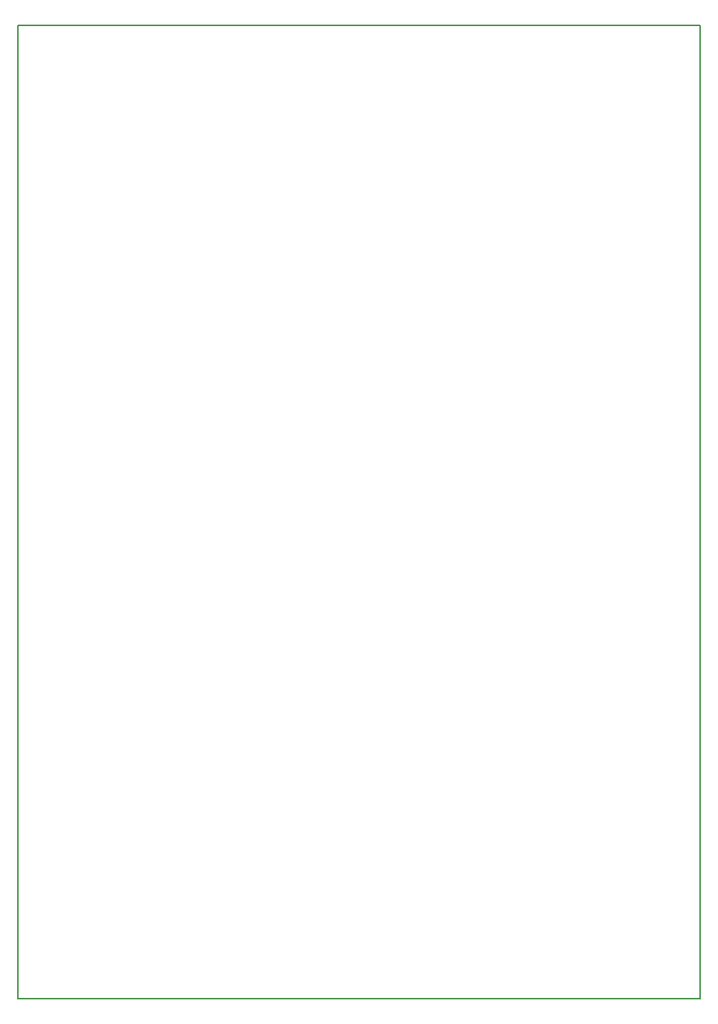
<source format=gbr>
G04 (created by PCBNEW-RS274X (2010-03-14)-final) date Wed 26 Oct 2011 11:50:54 AM EDT*
G01*
G70*
G90*
%MOIN*%
G04 Gerber Fmt 3.4, Leading zero omitted, Abs format*
%FSLAX34Y34*%
G04 APERTURE LIST*
%ADD10C,0.001000*%
%ADD11C,0.008000*%
G04 APERTURE END LIST*
G54D10*
G54D11*
X-11000Y10250D02*
X19500Y10250D01*
X19500Y10250D02*
X19500Y-33250D01*
X-11000Y-33250D02*
X19500Y-33250D01*
X-11000Y-33250D02*
X-11000Y10250D01*
M02*

</source>
